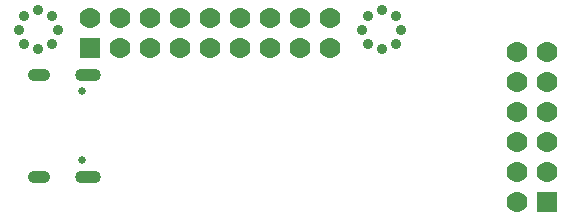
<source format=gbr>
%TF.GenerationSoftware,Altium Limited,Altium Designer,24.10.1 (45)*%
G04 Layer_Color=16711935*
%FSLAX43Y43*%
%MOMM*%
%TF.SameCoordinates,D559FD22-AC31-4CFD-8532-8E5833C3503B*%
%TF.FilePolarity,Negative*%
%TF.FileFunction,Soldermask,Bot*%
%TF.Part,Single*%
G01*
G75*
%TA.AperFunction,ComponentPad*%
%ADD44C,0.650*%
%ADD64O,2.176X1.076*%
%ADD65O,1.876X1.076*%
G04:AMPARAMS|DCode=66|XSize=1.776mm|YSize=1.776mm|CornerRadius=0.888mm|HoleSize=0mm|Usage=FLASHONLY|Rotation=90.000|XOffset=0mm|YOffset=0mm|HoleType=Round|Shape=RoundedRectangle|*
%AMROUNDEDRECTD66*
21,1,1.776,0.000,0,0,90.0*
21,1,0.000,1.776,0,0,90.0*
1,1,1.776,0.000,0.000*
1,1,1.776,0.000,0.000*
1,1,1.776,0.000,0.000*
1,1,1.776,0.000,0.000*
%
%ADD66ROUNDEDRECTD66*%
%ADD67R,1.776X1.776*%
G04:AMPARAMS|DCode=68|XSize=1.776mm|YSize=1.776mm|CornerRadius=0.888mm|HoleSize=0mm|Usage=FLASHONLY|Rotation=180.000|XOffset=0mm|YOffset=0mm|HoleType=Round|Shape=RoundedRectangle|*
%AMROUNDEDRECTD68*
21,1,1.776,0.000,0,0,180.0*
21,1,0.000,1.776,0,0,180.0*
1,1,1.776,0.000,0.000*
1,1,1.776,0.000,0.000*
1,1,1.776,0.000,0.000*
1,1,1.776,0.000,0.000*
%
%ADD68ROUNDEDRECTD68*%
%ADD69R,1.776X1.776*%
%ADD70C,0.876*%
D44*
X6602Y11890D02*
D03*
Y6110D02*
D03*
D64*
X7102Y13320D02*
D03*
Y4680D02*
D03*
D65*
X2922Y13320D02*
D03*
Y4680D02*
D03*
D66*
X22540Y18140D02*
D03*
X25080D02*
D03*
X20000D02*
D03*
X27620D02*
D03*
X14920D02*
D03*
X17460D02*
D03*
X12380D02*
D03*
Y15600D02*
D03*
X9840D02*
D03*
X27620D02*
D03*
X25080D02*
D03*
X17460D02*
D03*
X14920D02*
D03*
X22540D02*
D03*
X20000D02*
D03*
X9840Y18140D02*
D03*
X7300D02*
D03*
D67*
Y15600D02*
D03*
D68*
X46000Y7580D02*
D03*
Y10120D02*
D03*
Y5040D02*
D03*
Y15200D02*
D03*
X43460D02*
D03*
X46000Y12660D02*
D03*
X43460Y2500D02*
D03*
Y10120D02*
D03*
Y12660D02*
D03*
Y5040D02*
D03*
Y7580D02*
D03*
D69*
X46000Y2500D02*
D03*
D70*
X33167Y18267D02*
D03*
X33650Y17100D02*
D03*
X32000Y18750D02*
D03*
X33167Y15933D02*
D03*
X32000Y15450D02*
D03*
X30833Y15933D02*
D03*
Y18267D02*
D03*
X30350Y17100D02*
D03*
X4067Y18267D02*
D03*
X4550Y17100D02*
D03*
X2900Y18750D02*
D03*
X4067Y15933D02*
D03*
X2900Y15450D02*
D03*
X1733Y15933D02*
D03*
Y18267D02*
D03*
X1250Y17100D02*
D03*
%TF.MD5,d671401119187a8bb033d3492791e219*%
M02*

</source>
